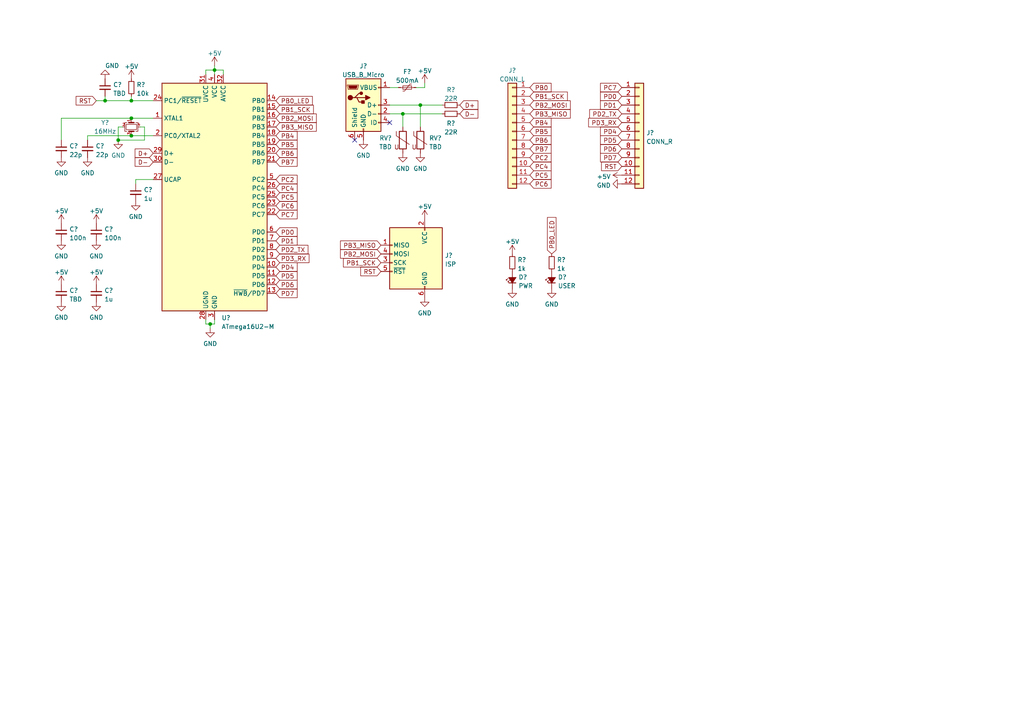
<source format=kicad_sch>
(kicad_sch (version 20211123) (generator eeschema)
  (paper "A4")
  (lib_symbols
    (symbol "Connector:AVR-ISP-6" (pin_names (offset 1.016))
      (property "Reference" "J" (at -6.35 11.43 0))
      (property "Value" "AVR-ISP-6" (at 0 11.43 0))
      (symbol "AVR-ISP-6_0_1"
        (rectangle (start -2.667 -6.858) (end -2.413 -7.62))
        (rectangle (start -2.667 10.16) (end -2.413 9.398))
        (rectangle (start 7.62 -2.413) (end 6.858 -2.667))
        (rectangle (start 7.62 0.127) (end 6.858 -0.127))
        (rectangle (start 7.62 2.667) (end 6.858 2.413))
        (rectangle (start 7.62 5.207) (end 6.858 4.953))
        (rectangle (start 7.62 10.16) (end -7.62 -7.62) (stroke (width 0.254)) (fill (type background)))
      )
      (symbol "AVR-ISP-6_1_1"
        (pin passive line (at 10.16 5.08 180) (length 2.54) (name "MISO") (number "1"))
        (pin passive line (at -2.54 12.7 270) (length 2.54) (name "VCC") (number "2"))
        (pin passive line (at 10.16 0 180) (length 2.54) (name "SCK") (number "3"))
        (pin passive line (at 10.16 2.54 180) (length 2.54) (name "MOSI") (number "4"))
        (pin passive line (at 10.16 -2.54 180) (length 2.54) (name "~{RST}") (number "5"))
        (pin passive line (at -2.54 -10.16 90) (length 2.54) (name "GND") (number "6"))
      )
    )
    (symbol "Connector:USB_B_Micro" (pin_names (offset 1.016))
      (property "Reference" "J" (at -5.08 11.43 0))
      (property "Value" "USB_B_Micro" (at -5.08 8.89 0))
      (symbol "USB_B_Micro_0_1"
        (rectangle (start -5.08 -7.62) (end 5.08 7.62) (stroke (width 0.254)) (fill (type background)))
        (circle (center -3.81 2.159) (radius 0.635) (stroke (width 0.254)) (fill (type outline)))
        (circle (center -0.635 3.429) (radius 0.381) (stroke (width 0.254)) (fill (type outline)))
        (rectangle (start -0.127 -7.62) (end 0.127 -6.858))
        (polyline (pts (xy -1.905 2.159) (xy 0.635 2.159)) (stroke (width 0.254)))
        (polyline (pts (xy -3.175 2.159) (xy -2.54 2.159) (xy -1.27 3.429) (xy -0.635 3.429)) (stroke (width 0.254)))
        (polyline (pts (xy -2.54 2.159) (xy -1.905 2.159) (xy -1.27 0.889) (xy 0 0.889)) (stroke (width 0.254)))
        (polyline (pts (xy 0.635 2.794) (xy 0.635 1.524) (xy 1.905 2.159) (xy 0.635 2.794)) (stroke (width 0.254)) (fill (type outline)))
        (polyline (pts (xy -4.318 5.588) (xy -1.778 5.588) (xy -2.032 4.826) (xy -4.064 4.826) (xy -4.318 5.588)) (fill (type outline)))
        (polyline (pts (xy -4.699 5.842) (xy -4.699 5.588) (xy -4.445 4.826) (xy -4.445 4.572) (xy -1.651 4.572) (xy -1.651 4.826) (xy -1.397 5.588) (xy -1.397 5.842) (xy -4.699 5.842)))
        (rectangle (start 0.254 1.27) (end -0.508 0.508) (stroke (width 0.254)) (fill (type outline)))
        (rectangle (start 5.08 -5.207) (end 4.318 -4.953))
        (rectangle (start 5.08 -2.667) (end 4.318 -2.413))
        (rectangle (start 5.08 -0.127) (end 4.318 0.127))
        (rectangle (start 5.08 4.953) (end 4.318 5.207))
      )
      (symbol "USB_B_Micro_1_1"
        (pin power_out line (at 7.62 5.08 180) (length 2.54) (name "VBUS") (number "1"))
        (pin bidirectional line (at 7.62 -2.54 180) (length 2.54) (name "D-") (number "2"))
        (pin bidirectional line (at 7.62 0 180) (length 2.54) (name "D+") (number "3"))
        (pin passive line (at 7.62 -5.08 180) (length 2.54) (name "ID") (number "4"))
        (pin power_out line (at 0 -10.16 90) (length 2.54) (name "GND") (number "5"))
        (pin passive line (at -2.54 -10.16 90) (length 2.54) (name "Shield") (number "6"))
      )
    )
    (symbol "Connector_Generic:Conn_01x12" (pin_names (offset 1.016) hide)
      (property "Reference" "J" (at 0 15.24 0))
      (property "Value" "Conn_01x12" (at 0 -17.78 0))
      (symbol "Conn_01x12_1_1"
        (rectangle (start -1.27 -15.113) (end 0 -15.367) (stroke (width 0.1524)))
        (rectangle (start -1.27 -12.573) (end 0 -12.827) (stroke (width 0.1524)))
        (rectangle (start -1.27 -10.033) (end 0 -10.287) (stroke (width 0.1524)))
        (rectangle (start -1.27 -7.493) (end 0 -7.747) (stroke (width 0.1524)))
        (rectangle (start -1.27 -4.953) (end 0 -5.207) (stroke (width 0.1524)))
        (rectangle (start -1.27 -2.413) (end 0 -2.667) (stroke (width 0.1524)))
        (rectangle (start -1.27 0.127) (end 0 -0.127) (stroke (width 0.1524)))
        (rectangle (start -1.27 2.667) (end 0 2.413) (stroke (width 0.1524)))
        (rectangle (start -1.27 5.207) (end 0 4.953) (stroke (width 0.1524)))
        (rectangle (start -1.27 7.747) (end 0 7.493) (stroke (width 0.1524)))
        (rectangle (start -1.27 10.287) (end 0 10.033) (stroke (width 0.1524)))
        (rectangle (start -1.27 12.827) (end 0 12.573) (stroke (width 0.1524)))
        (rectangle (start -1.27 13.97) (end 1.27 -16.51) (stroke (width 0.254)) (fill (type background)))
        (pin passive line (at -5.08 12.7 0) (length 3.81) (name "Pin_1") (number "1"))
        (pin passive line (at -5.08 -10.16 0) (length 3.81) (name "Pin_10") (number "10"))
        (pin passive line (at -5.08 -12.7 0) (length 3.81) (name "Pin_11") (number "11"))
        (pin passive line (at -5.08 -15.24 0) (length 3.81) (name "Pin_12") (number "12"))
        (pin passive line (at -5.08 10.16 0) (length 3.81) (name "Pin_2") (number "2"))
        (pin passive line (at -5.08 7.62 0) (length 3.81) (name "Pin_3") (number "3"))
        (pin passive line (at -5.08 5.08 0) (length 3.81) (name "Pin_4") (number "4"))
        (pin passive line (at -5.08 2.54 0) (length 3.81) (name "Pin_5") (number "5"))
        (pin passive line (at -5.08 0 0) (length 3.81) (name "Pin_6") (number "6"))
        (pin passive line (at -5.08 -2.54 0) (length 3.81) (name "Pin_7") (number "7"))
        (pin passive line (at -5.08 -5.08 0) (length 3.81) (name "Pin_8") (number "8"))
        (pin passive line (at -5.08 -7.62 0) (length 3.81) (name "Pin_9") (number "9"))
      )
    )
    (symbol "Device:C_Small" (pin_numbers hide) (pin_names (offset 0.254) hide)
      (property "Reference" "C" (at 0.254 1.778 0))
      (property "Value" "C_Small" (at 0.254 -2.032 0))
      (symbol "C_Small_0_1"
        (polyline (pts (xy -1.524 -0.508) (xy 1.524 -0.508)) (stroke (width 0.3302)))
        (polyline (pts (xy -1.524 0.508) (xy 1.524 0.508)) (stroke (width 0.3048)))
      )
      (symbol "C_Small_1_1"
        (pin passive line (at 0 2.54 270) (length 2.032) (name "~") (number "1"))
        (pin passive line (at 0 -2.54 90) (length 2.032) (name "~") (number "2"))
      )
    )
    (symbol "Device:Crystal_GND24_Small" (pin_names (offset 1.016) hide)
      (property "Reference" "Y" (at 1.27 4.445 0))
      (property "Value" "Crystal_GND24_Small" (at 1.27 2.54 0))
      (symbol "Crystal_GND24_Small_0_1"
        (rectangle (start -0.762 -1.524) (end 0.762 1.524))
        (polyline (pts (xy -1.27 -0.762) (xy -1.27 0.762)) (stroke (width 0.381)))
        (polyline (pts (xy 1.27 -0.762) (xy 1.27 0.762)) (stroke (width 0.381)))
        (polyline (pts (xy -1.27 -1.27) (xy -1.27 -1.905) (xy 1.27 -1.905) (xy 1.27 -1.27)))
        (polyline (pts (xy -1.27 1.27) (xy -1.27 1.905) (xy 1.27 1.905) (xy 1.27 1.27)))
      )
      (symbol "Crystal_GND24_Small_1_1"
        (pin passive line (at -2.54 0 0) (length 1.27) (name "1") (number "1"))
        (pin passive line (at 0 -2.54 90) (length 0.635) (name "2") (number "2"))
        (pin passive line (at 2.54 0 180) (length 1.27) (name "3") (number "3"))
        (pin passive line (at 0 2.54 270) (length 0.635) (name "4") (number "4"))
      )
    )
    (symbol "Device:LED_Small_Filled" (pin_numbers hide) (pin_names (offset 0.254) hide)
      (property "Reference" "D" (at -1.27 3.175 0))
      (property "Value" "LED_Small_Filled" (at -4.445 -2.54 0))
      (symbol "LED_Small_Filled_0_1"
        (polyline (pts (xy -0.762 -1.016) (xy -0.762 1.016)) (stroke (width 0.254)))
        (polyline (pts (xy 1.016 0) (xy -0.762 0)))
        (polyline (pts (xy 0.762 -1.016) (xy -0.762 0) (xy 0.762 1.016) (xy 0.762 -1.016)) (stroke (width 0.254)) (fill (type outline)))
        (polyline (pts (xy 0 0.762) (xy -0.508 1.27) (xy -0.254 1.27) (xy -0.508 1.27) (xy -0.508 1.016)))
        (polyline (pts (xy 0.508 1.27) (xy 0 1.778) (xy 0.254 1.778) (xy 0 1.778) (xy 0 1.524)))
      )
      (symbol "LED_Small_Filled_1_1"
        (pin passive line (at -2.54 0 0) (length 1.778) (name "K") (number "1"))
        (pin passive line (at 2.54 0 180) (length 1.778) (name "A") (number "2"))
      )
    )
    (symbol "Device:Polyfuse_Small" (pin_numbers hide) (pin_names (offset 0))
      (property "Reference" "F" (at -1.905 0 90))
      (property "Value" "Polyfuse_Small" (at 1.905 0 90))
      (symbol "Polyfuse_Small_0_1"
        (rectangle (start -0.508 1.27) (end 0.508 -1.27))
        (polyline (pts (xy 0 2.54) (xy 0 -2.54)))
        (polyline (pts (xy -1.016 1.27) (xy -1.016 0.762) (xy 1.016 -0.762) (xy 1.016 -1.27)))
      )
      (symbol "Polyfuse_Small_1_1"
        (pin passive line (at 0 2.54 270) (length 0.635) (name "~") (number "1"))
        (pin passive line (at 0 -2.54 90) (length 0.635) (name "~") (number "2"))
      )
    )
    (symbol "Device:R_Small" (pin_numbers hide) (pin_names (offset 0.254) hide)
      (property "Reference" "R" (at 0.762 0.508 0))
      (property "Value" "R_Small" (at 0.762 -1.016 0))
      (symbol "R_Small_0_1"
        (rectangle (start -0.762 1.778) (end 0.762 -1.778) (stroke (width 0.2032)))
      )
      (symbol "R_Small_1_1"
        (pin passive line (at 0 2.54 270) (length 0.762) (name "~") (number "1"))
        (pin passive line (at 0 -2.54 90) (length 0.762) (name "~") (number "2"))
      )
    )
    (symbol "Device:Varistor" (pin_numbers hide) (pin_names (offset 0))
      (property "Reference" "RV" (at 3.175 0 90))
      (property "Value" "Varistor" (at -3.175 0 90))
      (symbol "Varistor_0_0"
        (text "U" (at -1.778 -2.032 0) (effects (font (size 1.27 1.27))))
      )
      (symbol "Varistor_0_1"
        (rectangle (start -1.016 -2.54) (end 1.016 2.54) (stroke (width 0.254)))
        (polyline (pts (xy -1.905 2.54) (xy -1.905 1.27) (xy 1.905 -1.27)))
      )
      (symbol "Varistor_1_1"
        (pin passive line (at 0 3.81 270) (length 1.27) (name "~") (number "1"))
        (pin passive line (at 0 -3.81 90) (length 1.27) (name "~") (number "2"))
      )
    )
    (symbol "MCU_Microchip_ATmega:ATmega16U2-M"
      (property "Reference" "U" (at -15.24 34.29 0))
      (property "Value" "ATmega16U2-M" (at 2.54 -34.29 0))
      (symbol "ATmega16U2-M_0_1"
        (rectangle (start -15.24 -33.02) (end 15.24 33.02) (stroke (width 0.254)) (fill (type background)))
      )
      (symbol "ATmega16U2-M_1_1"
        (pin input line (at -17.78 22.86 0) (length 2.54) (name "XTAL1") (number "1"))
        (pin bidirectional line (at 17.78 -20.32 180) (length 2.54) (name "PD4") (number "10"))
        (pin bidirectional line (at 17.78 -22.86 180) (length 2.54) (name "PD5") (number "11"))
        (pin bidirectional line (at 17.78 -25.4 180) (length 2.54) (name "PD6") (number "12"))
        (pin bidirectional line (at 17.78 -27.94 180) (length 2.54) (name "~{HWB}/PD7") (number "13"))
        (pin bidirectional line (at 17.78 27.94 180) (length 2.54) (name "PB0") (number "14"))
        (pin bidirectional line (at 17.78 25.4 180) (length 2.54) (name "PB1") (number "15"))
        (pin bidirectional line (at 17.78 22.86 180) (length 2.54) (name "PB2") (number "16"))
        (pin bidirectional line (at 17.78 20.32 180) (length 2.54) (name "PB3") (number "17"))
        (pin bidirectional line (at 17.78 17.78 180) (length 2.54) (name "PB4") (number "18"))
        (pin bidirectional line (at 17.78 15.24 180) (length 2.54) (name "PB5") (number "19"))
        (pin bidirectional line (at -17.78 17.78 0) (length 2.54) (name "PC0/XTAL2") (number "2"))
        (pin bidirectional line (at 17.78 12.7 180) (length 2.54) (name "PB6") (number "20"))
        (pin bidirectional line (at 17.78 10.16 180) (length 2.54) (name "PB7") (number "21"))
        (pin bidirectional line (at 17.78 -5.08 180) (length 2.54) (name "PC7") (number "22"))
        (pin bidirectional line (at 17.78 -2.54 180) (length 2.54) (name "PC6") (number "23"))
        (pin bidirectional line (at -17.78 27.94 0) (length 2.54) (name "PC1/~{RESET}") (number "24"))
        (pin bidirectional line (at 17.78 0 180) (length 2.54) (name "PC5") (number "25"))
        (pin bidirectional line (at 17.78 2.54 180) (length 2.54) (name "PC4") (number "26"))
        (pin passive line (at -17.78 5.08 0) (length 2.54) (name "UCAP") (number "27"))
        (pin power_in line (at -2.54 -35.56 90) (length 2.54) (name "UGND") (number "28"))
        (pin bidirectional line (at -17.78 12.7 0) (length 2.54) (name "D+") (number "29"))
        (pin power_in line (at 0 -35.56 90) (length 2.54) (name "GND") (number "3"))
        (pin bidirectional line (at -17.78 10.16 0) (length 2.54) (name "D-") (number "30"))
        (pin power_in line (at -2.54 35.56 270) (length 2.54) (name "UVCC") (number "31"))
        (pin power_in line (at 2.54 35.56 270) (length 2.54) (name "AVCC") (number "32"))
        (pin passive line (at 0 -35.56 90) (length 2.54) hide (name "GND") (number "33"))
        (pin power_in line (at 0 35.56 270) (length 2.54) (name "VCC") (number "4"))
        (pin bidirectional line (at 17.78 5.08 180) (length 2.54) (name "PC2") (number "5"))
        (pin bidirectional line (at 17.78 -10.16 180) (length 2.54) (name "PD0") (number "6"))
        (pin bidirectional line (at 17.78 -12.7 180) (length 2.54) (name "PD1") (number "7"))
        (pin bidirectional line (at 17.78 -15.24 180) (length 2.54) (name "PD2") (number "8"))
        (pin bidirectional line (at 17.78 -17.78 180) (length 2.54) (name "PD3") (number "9"))
      )
    )
    (symbol "power:+5V" (power) (pin_names (offset 0))
      (property "Value" "+5V" (at 0 3.556 0))
      (symbol "+5V_0_1"
        (polyline (pts (xy -0.762 1.27) (xy 0 2.54)))
        (polyline (pts (xy 0 0) (xy 0 2.54)))
        (polyline (pts (xy 0 2.54) (xy 0.762 1.27)))
      )
      (symbol "+5V_1_1"
        (pin power_in line (at 0 0 90) (length 0) hide (name "+5V") (number "1"))
      )
    )
    (symbol "power:GND" (power) (pin_names (offset 0))
      (property "Value" "GND" (at 0 -3.81 0))
      (symbol "GND_0_1"
        (polyline (pts (xy 0 0) (xy 0 -1.27) (xy 1.27 -1.27) (xy 0 -2.54) (xy -1.27 -1.27) (xy 0 -1.27)))
      )
      (symbol "GND_1_1"
        (pin power_in line (at 0 0 270) (length 0) hide (name "GND") (number "1"))
      )
    )
  )
  (junction (at 116.84 33.02))
  (junction (at 38.1 39.37))
  (junction (at 34.29 40.64))
  (junction (at 62.23 20.32))
  (junction (at 121.92 30.48))
  (junction (at 60.96 93.98))
  (junction (at 30.48 29.21))
  (junction (at 38.1 34.29))
  (junction (at 38.1 29.21))
  (no_connect (at 102.87 40.64))
  (no_connect (at 113.03 35.56))
  (wire (pts (xy 40.64 36.83) (xy 41.91 36.83)))
  (wire (pts (xy 64.77 20.32) (xy 64.77 21.59)))
  (wire (pts (xy 62.23 19.05) (xy 62.23 20.32)))
  (wire (pts (xy 59.69 93.98) (xy 60.96 93.98)))
  (wire (pts (xy 120.65 25.4) (xy 123.19 25.4)))
  (wire (pts (xy 27.94 29.21) (xy 30.48 29.21)))
  (wire (pts (xy 60.96 93.98) (xy 62.23 93.98)))
  (wire (pts (xy 17.78 34.29) (xy 17.78 40.64)))
  (wire (pts (xy 62.23 92.71) (xy 62.23 93.98)))
  (wire (pts (xy 34.29 36.83) (xy 34.29 40.64)))
  (wire (pts (xy 62.23 20.32) (xy 64.77 20.32)))
  (wire (pts (xy 35.56 36.83) (xy 34.29 36.83)))
  (wire (pts (xy 113.03 25.4) (xy 115.57 25.4)))
  (wire (pts (xy 39.37 52.07) (xy 39.37 53.34)))
  (wire (pts (xy 123.19 24.13) (xy 123.19 25.4)))
  (wire (pts (xy 59.69 21.59) (xy 59.69 20.32)))
  (wire (pts (xy 113.03 30.48) (xy 121.92 30.48)))
  (wire (pts (xy 44.45 52.07) (xy 39.37 52.07)))
  (wire (pts (xy 113.03 33.02) (xy 116.84 33.02)))
  (wire (pts (xy 38.1 34.29) (xy 44.45 34.29)))
  (wire (pts (xy 38.1 29.21) (xy 44.45 29.21)))
  (wire (pts (xy 62.23 20.32) (xy 62.23 21.59)))
  (wire (pts (xy 121.92 30.48) (xy 128.27 30.48)))
  (wire (pts (xy 116.84 33.02) (xy 116.84 36.83)))
  (wire (pts (xy 38.1 39.37) (xy 44.45 39.37)))
  (wire (pts (xy 121.92 30.48) (xy 121.92 36.83)))
  (wire (pts (xy 38.1 34.29) (xy 17.78 34.29)))
  (wire (pts (xy 30.48 29.21) (xy 38.1 29.21)))
  (wire (pts (xy 34.29 40.64) (xy 41.91 40.64)))
  (wire (pts (xy 38.1 27.94) (xy 38.1 29.21)))
  (wire (pts (xy 38.1 39.37) (xy 25.4 39.37)))
  (wire (pts (xy 41.91 36.83) (xy 41.91 40.64)))
  (wire (pts (xy 116.84 33.02) (xy 128.27 33.02)))
  (wire (pts (xy 60.96 93.98) (xy 60.96 95.25)))
  (wire (pts (xy 59.69 92.71) (xy 59.69 93.98)))
  (wire (pts (xy 30.48 27.94) (xy 30.48 29.21)))
  (wire (pts (xy 25.4 39.37) (xy 25.4 40.64)))
  (wire (pts (xy 59.69 20.32) (xy 62.23 20.32)))
  (global_label "PD4" (shape input) (at 180.34 38.1 180) (property "Intersheet References" "${INTERSHEET_REFS}" (effects hide)))
  (global_label "PD0" (shape input) (at 80.01 67.31 0) (property "Intersheet References" "${INTERSHEET_REFS}" (effects hide)))
  (global_label "PB0_LED" (shape input) (at 80.01 29.21 0) (property "Intersheet References" "${INTERSHEET_REFS}" (effects hide)))
  (global_label "PD4" (shape input) (at 80.01 77.47 0) (property "Intersheet References" "${INTERSHEET_REFS}" (effects hide)))
  (global_label "PC7" (shape input) (at 180.34 25.4 180) (property "Intersheet References" "${INTERSHEET_REFS}" (effects hide)))
  (global_label "PC4" (shape input) (at 153.67 48.26 0) (property "Intersheet References" "${INTERSHEET_REFS}" (effects hide)))
  (global_label "PD0" (shape input) (at 180.34 27.94 180) (property "Intersheet References" "${INTERSHEET_REFS}" (effects hide)))
  (global_label "PD6" (shape input) (at 180.34 43.18 180) (property "Intersheet References" "${INTERSHEET_REFS}" (effects hide)))
  (global_label "D+" (shape input) (at 133.35 30.48 0) (property "Intersheet References" "${INTERSHEET_REFS}" (effects hide)))
  (global_label "PC4" (shape input) (at 80.01 54.61 0) (property "Intersheet References" "${INTERSHEET_REFS}" (effects hide)))
  (global_label "PB1_SCK" (shape input) (at 110.49 76.2 180) (property "Intersheet References" "${INTERSHEET_REFS}" (effects hide)))
  (global_label "PB6" (shape input) (at 80.01 44.45 0) (property "Intersheet References" "${INTERSHEET_REFS}" (effects hide)))
  (global_label "PB0" (shape input) (at 153.67 25.4 0) (property "Intersheet References" "${INTERSHEET_REFS}" (effects hide)))
  (global_label "PB2_MOSI" (shape input) (at 153.67 30.48 0) (property "Intersheet References" "${INTERSHEET_REFS}" (effects hide)))
  (global_label "PD2_TX" (shape input) (at 180.34 33.02 180) (property "Intersheet References" "${INTERSHEET_REFS}" (effects hide)))
  (global_label "PD5" (shape input) (at 80.01 80.01 0) (property "Intersheet References" "${INTERSHEET_REFS}" (effects hide)))
  (global_label "PC5" (shape input) (at 153.67 50.8 0) (property "Intersheet References" "${INTERSHEET_REFS}" (effects hide)))
  (global_label "PB1_SCK" (shape input) (at 153.67 27.94 0) (property "Intersheet References" "${INTERSHEET_REFS}" (effects hide)))
  (global_label "PD1" (shape input) (at 180.34 30.48 180) (property "Intersheet References" "${INTERSHEET_REFS}" (effects hide)))
  (global_label "PC7" (shape input) (at 80.01 62.23 0) (property "Intersheet References" "${INTERSHEET_REFS}" (effects hide)))
  (global_label "D-" (shape input) (at 44.45 46.99 180) (property "Intersheet References" "${INTERSHEET_REFS}" (effects hide)))
  (global_label "PB3_MISO" (shape input) (at 80.01 36.83 0) (property "Intersheet References" "${INTERSHEET_REFS}" (effects hide)))
  (global_label "PC6" (shape input) (at 80.01 59.69 0) (property "Intersheet References" "${INTERSHEET_REFS}" (effects hide)))
  (global_label "PD3_RX" (shape input) (at 80.01 74.93 0) (property "Intersheet References" "${INTERSHEET_REFS}" (effects hide)))
  (global_label "D-" (shape input) (at 133.35 33.02 0) (property "Intersheet References" "${INTERSHEET_REFS}" (effects hide)))
  (global_label "PB0_LED" (shape input) (at 160.02 73.66 90) (property "Intersheet References" "${INTERSHEET_REFS}" (effects hide)))
  (global_label "D+" (shape input) (at 44.45 44.45 180) (property "Intersheet References" "${INTERSHEET_REFS}" (effects hide)))
  (global_label "RST" (shape input) (at 110.49 78.74 180) (property "Intersheet References" "${INTERSHEET_REFS}" (effects hide)))
  (global_label "PB3_MISO" (shape input) (at 110.49 71.12 180) (property "Intersheet References" "${INTERSHEET_REFS}" (effects hide)))
  (global_label "PB5" (shape input) (at 80.01 41.91 0) (property "Intersheet References" "${INTERSHEET_REFS}" (effects hide)))
  (global_label "PB6" (shape input) (at 153.67 40.64 0) (property "Intersheet References" "${INTERSHEET_REFS}" (effects hide)))
  (global_label "PB3_MISO" (shape input) (at 153.67 33.02 0) (property "Intersheet References" "${INTERSHEET_REFS}" (effects hide)))
  (global_label "PC2" (shape input) (at 80.01 52.07 0) (property "Intersheet References" "${INTERSHEET_REFS}" (effects hide)))
  (global_label "PD5" (shape input) (at 180.34 40.64 180) (property "Intersheet References" "${INTERSHEET_REFS}" (effects hide)))
  (global_label "PD7" (shape input) (at 80.01 85.09 0) (property "Intersheet References" "${INTERSHEET_REFS}" (effects hide)))
  (global_label "PC6" (shape input) (at 153.67 53.34 0) (property "Intersheet References" "${INTERSHEET_REFS}" (effects hide)))
  (global_label "PD2_TX" (shape input) (at 80.01 72.39 0) (property "Intersheet References" "${INTERSHEET_REFS}" (effects hide)))
  (global_label "PB4" (shape input) (at 153.67 35.56 0) (property "Intersheet References" "${INTERSHEET_REFS}" (effects hide)))
  (global_label "PD6" (shape input) (at 80.01 82.55 0) (property "Intersheet References" "${INTERSHEET_REFS}" (effects hide)))
  (global_label "RST" (shape input) (at 27.94 29.21 180) (property "Intersheet References" "${INTERSHEET_REFS}" (effects hide)))
  (global_label "PB2_MOSI" (shape input) (at 80.01 34.29 0) (property "Intersheet References" "${INTERSHEET_REFS}" (effects hide)))
  (global_label "RST" (shape input) (at 180.34 48.26 180) (property "Intersheet References" "${INTERSHEET_REFS}" (effects hide)))
  (global_label "PC5" (shape input) (at 80.01 57.15 0) (property "Intersheet References" "${INTERSHEET_REFS}" (effects hide)))
  (global_label "PD7" (shape input) (at 180.34 45.72 180) (property "Intersheet References" "${INTERSHEET_REFS}" (effects hide)))
  (global_label "PB5" (shape input) (at 153.67 38.1 0) (property "Intersheet References" "${INTERSHEET_REFS}" (effects hide)))
  (global_label "PD3_RX" (shape input) (at 180.34 35.56 180) (property "Intersheet References" "${INTERSHEET_REFS}" (effects hide)))
  (global_label "PB4" (shape input) (at 80.01 39.37 0) (property "Intersheet References" "${INTERSHEET_REFS}" (effects hide)))
  (global_label "PC2" (shape input) (at 153.67 45.72 0) (property "Intersheet References" "${INTERSHEET_REFS}" (effects hide)))
  (global_label "PB7" (shape input) (at 80.01 46.99 0) (property "Intersheet References" "${INTERSHEET_REFS}" (effects hide)))
  (global_label "PB2_MOSI" (shape input) (at 110.49 73.66 180) (property "Intersheet References" "${INTERSHEET_REFS}" (effects hide)))
  (global_label "PD1" (shape input) (at 80.01 69.85 0) (property "Intersheet References" "${INTERSHEET_REFS}" (effects hide)))
  (global_label "PB1_SCK" (shape input) (at 80.01 31.75 0) (property "Intersheet References" "${INTERSHEET_REFS}" (effects hide)))
  (global_label "PB7" (shape input) (at 153.67 43.18 0) (property "Intersheet References" "${INTERSHEET_REFS}" (effects hide)))
  (symbol (lib_id "power:+5V") (at 180.34 50.8 90) (unit 1)
    (property "Reference" "#PWR?" (effects hide))
    (property "Value" "+5V" (at 177.1651 51.2338 90) (effects (justify left)))
  )
  (symbol (lib_id "Device:Varistor") (at 121.92 40.64 0) (unit 1)
    (property "Reference" "RV?" (at 124.46 40.0585 0) (effects (justify left)))
    (property "Value" "TBD" (at 124.46 42.5954 0) (effects (justify left)))
  )
  (symbol (lib_id "power:GND") (at 30.48 22.86 180) (unit 1)
    (property "Reference" "#PWR?" (effects hide))
    (property "Value" "GND" (at 30.48 19.05 0) (effects (justify right)))
  )
  (symbol (lib_id "power:GND") (at 17.78 69.85 0) (unit 1)
    (property "Reference" "#PWR?" (effects hide))
    (property "Value" "GND" (at 17.78 74.2934 0))
  )
  (symbol (lib_id "power:GND") (at 27.94 69.85 0) (unit 1)
    (property "Reference" "#PWR?" (effects hide))
    (property "Value" "GND" (at 27.94 74.2934 0))
  )
  (symbol (lib_id "Connector_Generic:Conn_01x12") (at 185.42 38.1 0) (unit 1)
    (property "Reference" "J?" (at 187.452 38.5353 0) (effects (justify left)))
    (property "Value" "CONN_R" (at 187.452 41.0722 0) (effects (justify left)))
  )
  (symbol (lib_id "power:GND") (at 148.59 83.82 0) (unit 1)
    (property "Reference" "#PWR?" (effects hide))
    (property "Value" "GND" (at 148.59 88.2634 0))
  )
  (symbol (lib_id "power:+5V") (at 27.94 64.77 0) (unit 1)
    (property "Reference" "#PWR?" (effects hide))
    (property "Value" "+5V" (at 27.94 61.1942 0))
  )
  (symbol (lib_id "Connector_Generic:Conn_01x12") (at 148.59 38.1 0) (mirror y) (unit 1)
    (property "Reference" "J?" (at 148.59 20.4302 0))
    (property "Value" "CONN_L" (at 148.59 22.9671 0))
  )
  (symbol (lib_id "Device:LED_Small_Filled") (at 148.59 81.28 90) (unit 1)
    (property "Reference" "D?" (at 150.368 80.3818 90) (effects (justify right)))
    (property "Value" "PWR" (at 150.368 82.9187 90) (effects (justify right)))
  )
  (symbol (lib_id "Device:R_Small") (at 130.81 30.48 90) (unit 1)
    (property "Reference" "R?" (at 130.81 26.0436 90))
    (property "Value" "22R" (at 130.81 28.5805 90))
  )
  (symbol (lib_id "power:+5V") (at 62.23 19.05 0) (unit 1)
    (property "Reference" "#PWR?" (effects hide))
    (property "Value" "+5V" (at 62.23 15.4742 0))
  )
  (symbol (lib_id "power:GND") (at 17.78 87.63 0) (unit 1)
    (property "Reference" "#PWR?" (effects hide))
    (property "Value" "GND" (at 17.78 92.0734 0))
  )
  (symbol (lib_id "Connector:USB_B_Micro") (at 105.41 30.48 0) (unit 1)
    (property "Reference" "J?" (at 105.41 19.1602 0))
    (property "Value" "USB_B_Micro" (at 105.41 21.6971 0))
  )
  (symbol (lib_id "power:+5V") (at 27.94 82.55 0) (unit 1)
    (property "Reference" "#PWR?" (effects hide))
    (property "Value" "+5V" (at 27.94 78.9742 0))
  )
  (symbol (lib_id "power:GND") (at 121.92 44.45 0) (unit 1)
    (property "Reference" "#PWR?" (effects hide))
    (property "Value" "GND" (at 121.92 48.8934 0))
  )
  (symbol (lib_id "power:GND") (at 27.94 87.63 0) (unit 1)
    (property "Reference" "#PWR?" (effects hide))
    (property "Value" "GND" (at 27.94 92.0734 0))
  )
  (symbol (lib_id "power:GND") (at 39.37 58.42 0) (unit 1)
    (property "Reference" "#PWR?" (effects hide))
    (property "Value" "GND" (at 39.37 62.8634 0))
  )
  (symbol (lib_id "power:+5V") (at 38.1 22.86 0) (unit 1)
    (property "Reference" "#PWR?" (effects hide))
    (property "Value" "+5V" (at 38.1 19.2842 0))
  )
  (symbol (lib_id "power:GND") (at 180.34 53.34 270) (unit 1)
    (property "Reference" "#PWR?" (effects hide))
    (property "Value" "GND" (at 177.1651 53.7738 90) (effects (justify right)))
  )
  (symbol (lib_id "power:+5V") (at 123.19 24.13 0) (unit 1)
    (property "Reference" "#PWR?" (effects hide))
    (property "Value" "+5V" (at 123.19 20.5542 0))
  )
  (symbol (lib_id "Device:C_Small") (at 17.78 85.09 0) (unit 1)
    (property "Reference" "C?" (at 20.1041 84.2616 0) (effects (justify left)))
    (property "Value" "TBD" (at 20.1041 86.7985 0) (effects (justify left)))
  )
  (symbol (lib_id "power:GND") (at 25.4 45.72 0) (unit 1)
    (property "Reference" "#PWR?" (effects hide))
    (property "Value" "GND" (at 25.4 50.1634 0))
  )
  (symbol (lib_id "power:GND") (at 116.84 44.45 0) (unit 1)
    (property "Reference" "#PWR?" (effects hide))
    (property "Value" "GND" (at 116.84 48.8934 0))
  )
  (symbol (lib_id "Device:R_Small") (at 160.02 76.2 0) (unit 1)
    (property "Reference" "R?" (at 161.5186 75.3653 0) (effects (justify left)))
    (property "Value" "1k" (at 161.5186 77.9022 0) (effects (justify left)))
  )
  (symbol (lib_id "power:+5V") (at 17.78 82.55 0) (unit 1)
    (property "Reference" "#PWR?" (effects hide))
    (property "Value" "+5V" (at 17.78 78.9742 0))
  )
  (symbol (lib_id "MCU_Microchip_ATmega:ATmega16U2-M") (at 62.23 57.15 0) (unit 1)
    (property "Reference" "U?" (at 64.2494 92.2004 0) (effects (justify left)))
    (property "Value" "ATmega16U2-M" (at 64.2494 94.7373 0) (effects (justify left)))
    (property "Footprint" "Package_DFN_QFN:QFN-32-1EP_5x5mm_P0.5mm_EP3.1x3.1mm" (effects hide))
    (property "Datasheet" "http://ww1.microchip.com/downloads/en/DeviceDoc/doc7799.pdf" (effects hide))
  )
  (symbol (lib_id "Device:C_Small") (at 25.4 43.18 0) (unit 1)
    (property "Reference" "C?" (at 27.7241 42.3516 0) (effects (justify left)))
    (property "Value" "22p" (at 27.7241 44.8885 0) (effects (justify left)))
  )
  (symbol (lib_id "Device:C_Small") (at 27.94 67.31 0) (unit 1)
    (property "Reference" "C?" (at 30.2641 66.4816 0) (effects (justify left)))
    (property "Value" "100n" (at 30.2641 69.0185 0) (effects (justify left)))
  )
  (symbol (lib_id "Device:C_Small") (at 17.78 67.31 0) (unit 1)
    (property "Reference" "C?" (at 20.1041 66.4816 0) (effects (justify left)))
    (property "Value" "100n" (at 20.1041 69.0185 0) (effects (justify left)))
  )
  (symbol (lib_id "Device:R_Small") (at 148.59 76.2 0) (unit 1)
    (property "Reference" "R?" (at 150.0886 75.3653 0) (effects (justify left)))
    (property "Value" "1k" (at 150.0886 77.9022 0) (effects (justify left)))
  )
  (symbol (lib_id "Device:C_Small") (at 17.78 43.18 0) (unit 1)
    (property "Reference" "C?" (at 20.1041 42.3516 0) (effects (justify left)))
    (property "Value" "22p" (at 20.1041 44.8885 0) (effects (justify left)))
  )
  (symbol (lib_id "Device:Varistor") (at 116.84 40.64 0) (unit 1)
    (property "Reference" "RV?" (at 113.6824 40.0585 0) (effects (justify right)))
    (property "Value" "TBD" (at 113.6824 42.5954 0) (effects (justify right)))
  )
  (symbol (lib_id "Device:LED_Small_Filled") (at 160.02 81.28 90) (unit 1)
    (property "Reference" "D?" (at 161.798 80.3818 90) (effects (justify right)))
    (property "Value" "USER" (at 161.798 82.9187 90) (effects (justify right)))
  )
  (symbol (lib_id "power:GND") (at 123.19 86.36 0) (unit 1)
    (property "Reference" "#PWR?" (effects hide))
    (property "Value" "GND" (at 123.19 90.8034 0))
  )
  (symbol (lib_id "power:+5V") (at 123.19 63.5 0) (unit 1)
    (property "Reference" "#PWR?" (effects hide))
    (property "Value" "+5V" (at 123.19 59.9242 0))
  )
  (symbol (lib_id "power:+5V") (at 148.59 73.66 0) (unit 1)
    (property "Reference" "#PWR?" (effects hide))
    (property "Value" "+5V" (at 148.59 70.0842 0))
  )
  (symbol (lib_id "Device:C_Small") (at 39.37 55.88 0) (unit 1)
    (property "Reference" "C?" (at 41.6941 55.0516 0) (effects (justify left)))
    (property "Value" "1u" (at 41.6941 57.5885 0) (effects (justify left)))
  )
  (symbol (lib_id "Device:C_Small") (at 30.48 25.4 0) (unit 1)
    (property "Reference" "C?" (at 32.8041 24.5716 0) (effects (justify left)))
    (property "Value" "TBD" (at 32.8041 27.1085 0) (effects (justify left)))
  )
  (symbol (lib_id "power:GND") (at 60.96 95.25 0) (unit 1)
    (property "Reference" "#PWR?" (effects hide))
    (property "Value" "GND" (at 60.96 99.6934 0))
  )
  (symbol (lib_id "Device:Crystal_GND24_Small") (at 38.1 36.83 270) (unit 1)
    (property "Reference" "Y?" (at 30.48 35.56 90))
    (property "Value" "16MHz" (at 30.48 38.1 90))
  )
  (symbol (lib_id "Device:R_Small") (at 130.81 33.02 270) (unit 1)
    (property "Reference" "R?" (at 130.81 35.787 90))
    (property "Value" "22R" (at 130.81 38.3239 90))
  )
  (symbol (lib_id "Device:C_Small") (at 27.94 85.09 0) (unit 1)
    (property "Reference" "C?" (at 30.2641 84.2616 0) (effects (justify left)))
    (property "Value" "1u" (at 30.2641 86.7985 0) (effects (justify left)))
  )
  (symbol (lib_id "Device:R_Small") (at 38.1 25.4 0) (unit 1)
    (property "Reference" "R?" (at 39.5986 24.5653 0) (effects (justify left)))
    (property "Value" "10k" (at 39.5986 27.1022 0) (effects (justify left)))
  )
  (symbol (lib_id "Connector:AVR-ISP-6") (at 120.65 76.2 0) (mirror y) (unit 1)
    (property "Reference" "J?" (at 129.032 74.0953 0) (effects (justify right)))
    (property "Value" "ISP" (at 129.032 76.6322 0) (effects (justify right)))
    (property "Datasheet" " ~" (effects hide))
  )
  (symbol (lib_id "power:+5V") (at 17.78 64.77 0) (unit 1)
    (property "Reference" "#PWR?" (effects hide))
    (property "Value" "+5V" (at 17.78 61.1942 0))
  )
  (symbol (lib_id "Device:Polyfuse_Small") (at 118.11 25.4 270) (unit 1)
    (property "Reference" "F?" (at 118.11 20.8112 90))
    (property "Value" "500mA" (at 118.11 23.3481 90))
  )
  (symbol (lib_id "power:GND") (at 160.02 83.82 0) (unit 1)
    (property "Reference" "#PWR?" (effects hide))
    (property "Value" "GND" (at 160.02 88.2634 0))
  )
  (symbol (lib_id "power:GND") (at 17.78 45.72 0) (unit 1)
    (property "Reference" "#PWR?" (effects hide))
    (property "Value" "GND" (at 17.78 50.1634 0))
  )
  (symbol (lib_id "power:GND") (at 105.41 40.64 0) (unit 1)
    (property "Reference" "#PWR?" (effects hide))
    (property "Value" "GND" (at 105.41 45.0834 0))
  )
  (symbol (lib_id "power:GND") (at 34.29 40.64 0) (unit 1)
    (property "Reference" "#PWR?" (effects hide))
    (property "Value" "GND" (at 34.29 45.0834 0))
  )
)
</source>
